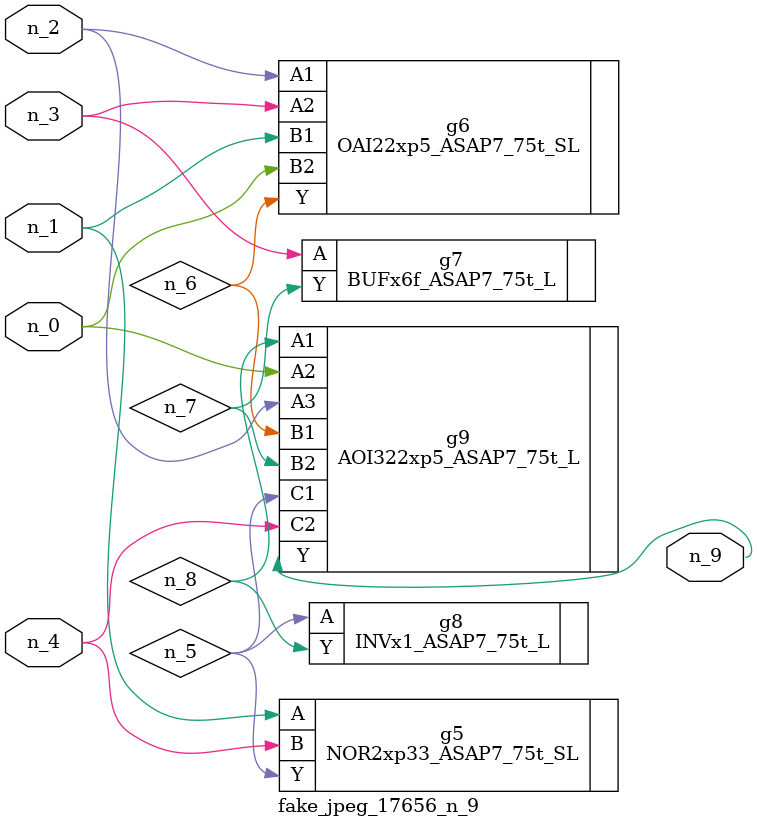
<source format=v>
module fake_jpeg_17656_n_9 (n_3, n_2, n_1, n_0, n_4, n_9);

input n_3;
input n_2;
input n_1;
input n_0;
input n_4;

output n_9;

wire n_8;
wire n_6;
wire n_5;
wire n_7;

NOR2xp33_ASAP7_75t_SL g5 ( 
.A(n_1),
.B(n_4),
.Y(n_5)
);

OAI22xp5_ASAP7_75t_SL g6 ( 
.A1(n_2),
.A2(n_3),
.B1(n_1),
.B2(n_0),
.Y(n_6)
);

BUFx6f_ASAP7_75t_L g7 ( 
.A(n_3),
.Y(n_7)
);

INVx1_ASAP7_75t_L g8 ( 
.A(n_5),
.Y(n_8)
);

AOI322xp5_ASAP7_75t_L g9 ( 
.A1(n_8),
.A2(n_0),
.A3(n_2),
.B1(n_6),
.B2(n_7),
.C1(n_5),
.C2(n_4),
.Y(n_9)
);


endmodule
</source>
